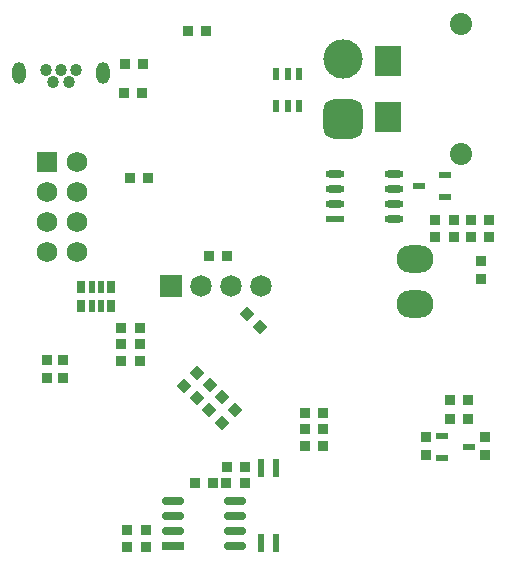
<source format=gbs>
G04*
G04 #@! TF.GenerationSoftware,Altium Limited,Altium Designer,22.0.2 (36)*
G04*
G04 Layer_Color=16711935*
%FSLAX25Y25*%
%MOIN*%
G70*
G04*
G04 #@! TF.SameCoordinates,5891F61C-6817-4B1F-B1E3-DF0E04F861FB*
G04*
G04*
G04 #@! TF.FilePolarity,Negative*
G04*
G01*
G75*
%ADD58R,0.03500X0.03500*%
%ADD59R,0.03500X0.03500*%
%ADD60O,0.06406X0.02468*%
%ADD61R,0.06406X0.02468*%
%ADD83P,0.04950X4X360.0*%
%ADD90O,0.12311X0.09161*%
%ADD91C,0.06799*%
%ADD92R,0.06799X0.06799*%
%ADD93R,0.07193X0.07193*%
%ADD94C,0.07193*%
G04:AMPARAMS|DCode=95|XSize=130.98mil|YSize=130.98mil|CornerRadius=34mil|HoleSize=0mil|Usage=FLASHONLY|Rotation=270.000|XOffset=0mil|YOffset=0mil|HoleType=Round|Shape=RoundedRectangle|*
%AMROUNDEDRECTD95*
21,1,0.13098,0.06299,0,0,270.0*
21,1,0.06299,0.13098,0,0,270.0*
1,1,0.06799,-0.03150,-0.03150*
1,1,0.06799,-0.03150,0.03150*
1,1,0.06799,0.03150,0.03150*
1,1,0.06799,0.03150,-0.03150*
%
%ADD95ROUNDEDRECTD95*%
%ADD96C,0.13098*%
%ADD97C,0.07390*%
%ADD98C,0.00500*%
%ADD99O,0.04437X0.07193*%
%ADD100C,0.04043*%
%ADD128R,0.02362X0.05906*%
%ADD135R,0.02362X0.04331*%
%ADD136R,0.04437X0.02272*%
%ADD137O,0.07587X0.02665*%
%ADD138R,0.07587X0.02665*%
%ADD139P,0.04950X4X90.0*%
%ADD140R,0.02468X0.04043*%
%ADD141R,0.03059X0.04043*%
%ADD142R,0.09161X0.10343*%
D58*
X374410Y355028D02*
D03*
Y348909D02*
D03*
X375590Y290248D02*
D03*
Y296366D02*
D03*
X355906D02*
D03*
Y290248D02*
D03*
X229528Y321957D02*
D03*
X235039D02*
D03*
X229528Y315839D02*
D03*
X235039D02*
D03*
D59*
X261327Y411024D02*
D03*
X255209D02*
D03*
X289673Y356693D02*
D03*
X283555D02*
D03*
X263295Y382677D02*
D03*
X257177D02*
D03*
X255602Y420472D02*
D03*
X261720D02*
D03*
X254421Y321654D02*
D03*
X260539D02*
D03*
X254421Y327165D02*
D03*
X260539D02*
D03*
X254421Y332677D02*
D03*
X260539D02*
D03*
X369988Y308661D02*
D03*
X363870D02*
D03*
X363870Y302362D02*
D03*
X369988D02*
D03*
X278831Y280709D02*
D03*
X284949D02*
D03*
X295579Y286221D02*
D03*
X289461D02*
D03*
X295488Y280709D02*
D03*
X289370D02*
D03*
X315445Y298819D02*
D03*
X321563D02*
D03*
X315445Y293307D02*
D03*
X321563D02*
D03*
X256390Y265197D02*
D03*
X262508D02*
D03*
X256390Y259449D02*
D03*
X262508D02*
D03*
X376984Y362992D02*
D03*
X370866D02*
D03*
X365173D02*
D03*
X359055D02*
D03*
Y368504D02*
D03*
X365173D02*
D03*
X370866D02*
D03*
X376984D02*
D03*
X321563Y304331D02*
D03*
X315445D02*
D03*
X276468Y431496D02*
D03*
X282587D02*
D03*
D60*
X345276Y383878D02*
D03*
Y378878D02*
D03*
Y373878D02*
D03*
Y368878D02*
D03*
X325590Y383878D02*
D03*
Y378878D02*
D03*
Y373878D02*
D03*
D61*
Y368878D02*
D03*
D83*
X296262Y337203D02*
D03*
X300588Y332876D02*
D03*
X287791Y300792D02*
D03*
X292181Y305310D02*
D03*
X287855Y309636D02*
D03*
X283465Y305118D02*
D03*
D90*
X352362Y340512D02*
D03*
Y355512D02*
D03*
D91*
X229764Y367717D02*
D03*
X239764D02*
D03*
X229764Y377716D02*
D03*
X239764D02*
D03*
Y387717D02*
D03*
X229764Y357716D02*
D03*
X239764D02*
D03*
D92*
X229764Y387717D02*
D03*
D93*
X270945Y346457D02*
D03*
D94*
X280945D02*
D03*
X290945D02*
D03*
X300945D02*
D03*
D95*
X328346Y402362D02*
D03*
D96*
Y422047D02*
D03*
D97*
X367717Y390551D02*
D03*
Y433858D02*
D03*
D98*
X245696Y264680D02*
D03*
X242962Y280189D02*
D03*
D99*
X248327Y417638D02*
D03*
X220177D02*
D03*
D100*
X239370Y418504D02*
D03*
X229134D02*
D03*
X231693Y414567D02*
D03*
X236811D02*
D03*
X234252Y418504D02*
D03*
D128*
X306043Y285728D02*
D03*
X301043D02*
D03*
Y260728D02*
D03*
X306043D02*
D03*
D135*
X306102Y417126D02*
D03*
X309842D02*
D03*
X313583D02*
D03*
Y406496D02*
D03*
X309842D02*
D03*
X306102D02*
D03*
D136*
X370177Y292913D02*
D03*
X361248Y296654D02*
D03*
Y289173D02*
D03*
X353445Y379921D02*
D03*
X362374Y376181D02*
D03*
Y383661D02*
D03*
D137*
X292224Y274823D02*
D03*
Y269823D02*
D03*
Y264823D02*
D03*
Y259823D02*
D03*
X271555Y274823D02*
D03*
Y269823D02*
D03*
Y264823D02*
D03*
D138*
Y259823D02*
D03*
D139*
X275396Y313191D02*
D03*
X283893Y313470D02*
D03*
X279722Y317517D02*
D03*
X279567Y309144D02*
D03*
D140*
X244488Y339764D02*
D03*
X247638D02*
D03*
Y346063D02*
D03*
X244488D02*
D03*
D141*
X251102Y339764D02*
D03*
X241024D02*
D03*
X251102Y346063D02*
D03*
X241024D02*
D03*
D142*
X343307Y421457D02*
D03*
Y402953D02*
D03*
M02*

</source>
